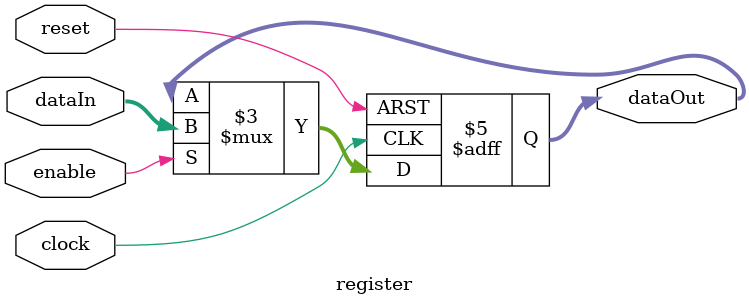
<source format=v>
`timescale 1ns / 1ps


module register #(parameter size=8)(
    
    //inputs
    
    input clock,
    input reset,
    input enable,
    input[size-1:0] dataIn,
    
    //output
    
    output reg [size-1:0] dataOut
    );
    
    always@(posedge clock,posedge reset)
    begin
    if(reset) dataOut <= 0;
    else if (enable) dataOut <= dataIn;
    else dataOut<=dataOut;
    end
endmodule

</source>
